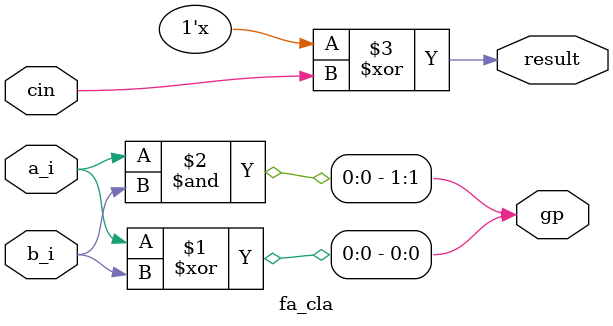
<source format=v>
module fa_cla(a_i,b_i,cin,result,gp);
    input       a_i;
    input       b_i;
    input       cin;
    output      result;
    output  [1:0] gp;

    assign gp[0] = a_i ^ b_i;
    assign gp[1] = a_i & b_i;
    assign result = pg[0] ^ cin;

endmodule
</source>
